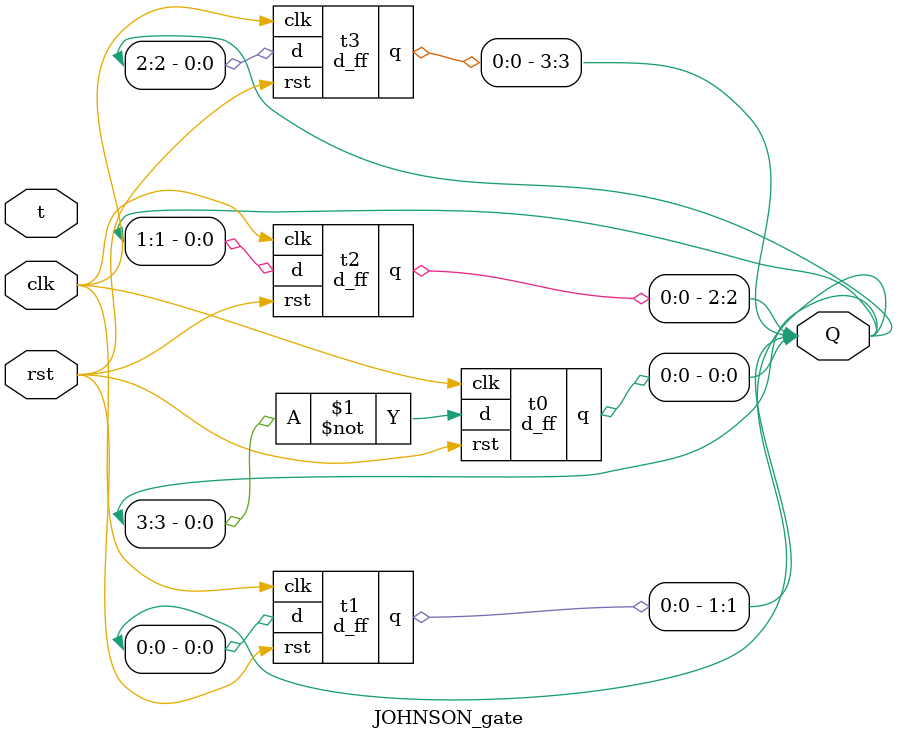
<source format=v>
module d_ff(input d,clk,rst,output reg q);
  
  always @(posedge clk)begin
  if(rst)
    q<=0;
  else
    q<=d;
  end
endmodule

module JOHNSON_gate(input t,clk,rst ,output [3:0] Q);
 
  d_ff t0(~Q[3],clk,rst,Q[0]);
  d_ff t1(Q[0],clk,rst,Q[1]);
  d_ff t2(Q[1],clk,rst,Q[2]);
  d_ff t3(Q[2],clk,rst,Q[3]);
endmodule
  
  

</source>
